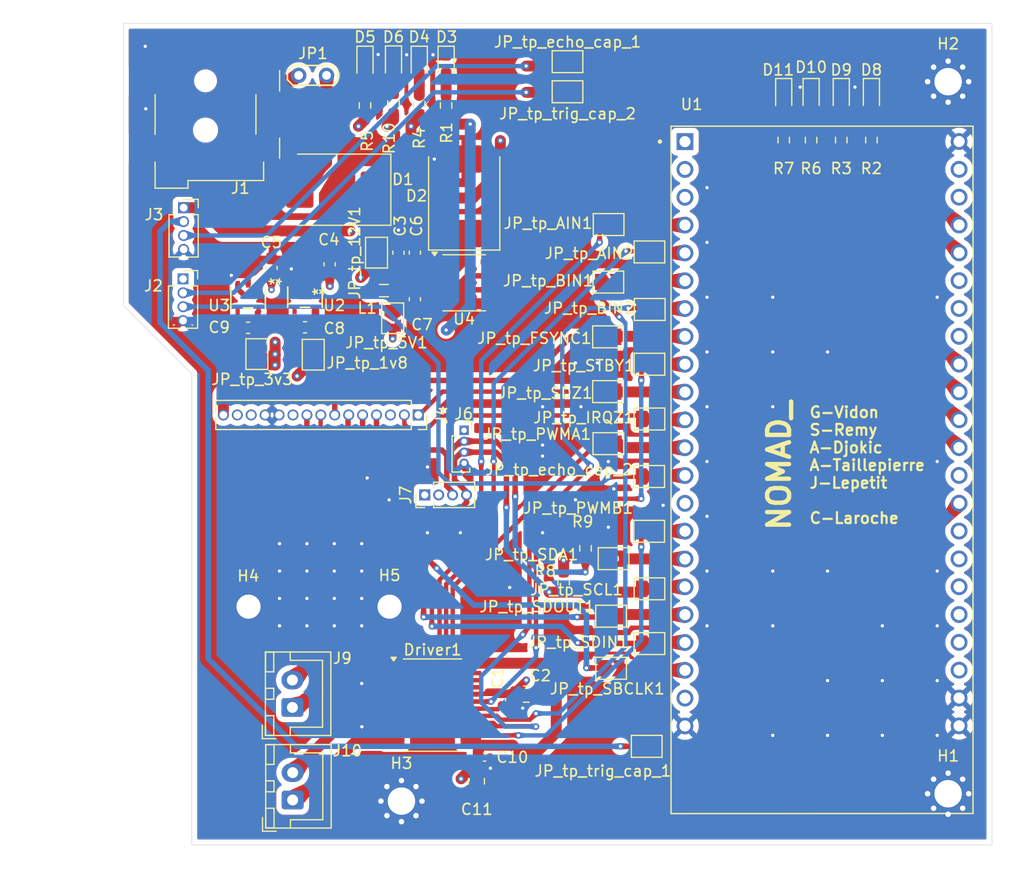
<source format=kicad_pcb>
(kicad_pcb (version 20241229) (generator "pcbnew") (generator_version "9.0")
  (layers (0 "F.Cu" jumper) (4 "In1.Cu" signal) (6 "In2.Cu" signal) (2 "B.Cu" signal) (13 "F.Paste" user) (15 "B.Paste" user) (5 "F.SilkS" user "F.Silkscreen") (7 "B.SilkS" user "B.Silkscreen") (1 "F.Mask" user) (3 "B.Mask" user) (25 "Edge.Cuts" user))
  (net 0 "")
  (net 1 "GND")
  (net 2 "12V")
  (net 3 "5V")
  (net 4 "Net-(JP_tp_5V1-A)")
  (net 5 "Net-(JP_tp_3v3-A)")
  (net 6 "Net-(D2-K)")
  (net 7 "Net-(D3-A)")
  (net 8 "Net-(D4-A)")
  (net 9 "Net-(D5-A)")
  (net 10 "Net-(D8-A)")
  (net 11 "Net-(D9-A)")
  (net 12 "Net-(D10-A)")
  (net 13 "Net-(D11-A)")
  (net 14 "Trig_cap_2")
  (net 15 "Echo_cap_2")
  (net 16 "Trig_cap_1")
  (net 17 "Echo_cap_1")
  (net 18 "SDOUT")
  (net 19 "FSYNC")
  (net 20 "SDIN")
  (net 21 "SBCLK")
  (net 22 "1.8V")
  (net 23 "SDA")
  (net 24 "IRQZ")
  (net 25 "SDZ")
  (net 26 "3.3V")
  (net 27 "PWMA")
  (net 28 "BIN2")
  (net 29 "AIN2")
  (net 30 "PWMB")
  (net 31 "STBY")
  (net 32 "AIN1")
  (net 33 "BIN1")
  (net 34 "Net-(JP_tp_1v8-A)")
  (net 35 "Net-(JP_tp_AIN1-B)")
  (net 36 "Net-(JP_tp_AIN2-B)")
  (net 37 "Net-(JP_tp_BIN1-B)")
  (net 38 "Net-(JP_tp_BIN2-B)")
  (net 39 "Net-(JP_tp_echo_cap_1-B)")
  (net 40 "Net-(JP_tp_echo_cap_2-B)")
  (net 41 "Net-(JP_tp_FSYNC1-B)")
  (net 42 "Net-(JP_tp_IRQZ1-B)")
  (net 43 "Net-(JP_tp_PWMA1-B)")
  (net 44 "Net-(JP_tp_PWMB1-B)")
  (net 45 "Net-(JP_tp_SBCLK1-B)")
  (net 46 "SCL")
  (net 47 "Net-(JP_tp_SCL1-B)")
  (net 48 "Net-(JP_tp_SDA1-B)")
  (net 49 "Net-(JP_tp_SDIN1-B)")
  (net 50 "Net-(JP_tp_SDOUT1-B)")
  (net 51 "Net-(JP_tp_SDZ1-B)")
  (net 52 "Net-(JP_tp_STBY1-B)")
  (net 53 "Net-(JP_tp_trig_cap_1-B)")
  (net 54 "Net-(JP_tp_trig_cap_2-B)")
  (net 55 "Net-(U1-MTCK{slash}GPIO39)")
  (net 56 "Net-(U1-GPIO38)")
  (net 57 "Net-(U1-GPIO37)")
  (net 58 "Net-(U1-GPIO36)")
  (net 73 "Net-(D1-K)")
  (net 74 "Net-(D1-A)")
  (net 77 "AO2")
  (net 78 "AO1")
  (net 79 "BO2")
  (net 80 "BO1")
  (net 81 "Net-(D6-A)")
  (net 82 "Net-(JP1-A)")
  (footprint "Resistor_SMD:R_0603_1608Metric_Pad0.98x0.95mm_HandSolder" (layer "F.Cu") (at 135.2 52.5 90)
    (property "Reference" "R1")
    (property "Value" "4,7k")
  )
  (footprint "Connector_JST:JST_XH_B2B-XH-A_1x02_P2.50mm_Vertical" (layer "F.Cu") (at 121.2 115.9 90)
    (property "Reference" "J10")
    (property "Value" "Conn_01x02")
  )
  (footprint "LED_SMD:LED_0603_1608Metric_Pad1.05x0.95mm_HandSolder" (layer "F.Cu") (at 132.749999 48.750001 -90)
    (property "Reference" "D4")
    (property "Value" "LED_Small")
  )
  (footprint "Jumper:SolderJumper-2_P1.3mm_Open_TrianglePad1.0x1.5mm" (layer "F.Cu") (at 123.0755 75.250001 -90)
    (property "Reference" "JP_tp_1v8")
    (property "Value" "SolderJumper_2_Open")
  )
  (footprint "Jumper:SolderJumper-2_P1.3mm_Open_TrianglePad1.0x1.5mm" (layer "F.Cu") (at 150.025001 63.37)
    (property "Reference" "JP_tp_AIN1")
    (property "Value" "SolderJumper_2_Open")
  )
  (footprint "Capacitor_SMD:C_0805_2012Metric" (layer "F.Cu") (at 142.512498 106.2375)
    (property "Reference" "C2")
    (property "Value" "10u")
  )
  (footprint "Capacitor_SMD:C_0402_1005Metric" (layer "F.Cu") (at 138.712499 111.9875)
    (property "Reference" "C10")
    (property "Value" "0.1u")
  )
  (footprint "Diode_SMD:D_SMC" (layer "F.Cu") (at 136.85 60.787499 90)
    (property "Reference" "D2")
    (property "Value" "MBRS320")
  )
  (footprint "Jumper:SolderJumper-2_P1.3mm_Open_TrianglePad1.0x1.5mm" (layer "F.Cu") (at 149.975 78.62)
    (property "Reference" "JP_tp_SDZ1")
    (property "Value" "SolderJumper_2_Open")
  )
  (footprint "Package_SO:SSOP-24_5.3x8.2mm_P0.65mm" (layer "F.Cu") (at 133.962499 107.2375)
    (property "Reference" "Driver1")
    (property "Value" "TB6612FNG")
  )
  (footprint "LED_SMD:LED_0603_1608Metric_Pad1.05x0.95mm_HandSolder" (layer "F.Cu") (at 168.5 51.7 -90)
    (property "Reference" "D10")
    (property "Value" "LED_Small")
  )
  (footprint "Connector_BarrelJack:BarrelJack_Wuerth_694108106102_2.5x5.5mm" (layer "F.Cu") (at 113.25 53.325 180)
    (property "Reference" "J1")
    (property "Value" "Barrel_Jack")
  )
  (footprint "MountingHole:MountingHole_2.2mm_M2_DIN965_Pad" (layer "F.Cu") (at 117.175 98.25)
    (property "Reference" "H4")
    (property "Value" "MountingHole_Pad")
  )
  (footprint "Connector_PinSocket_1.27mm:PinSocket_1x04_P1.27mm_Vertical" (layer "F.Cu") (at 111.25 61.829999)
    (property "Reference" "J3")
    (property "Value" "Conn_01x04_Socket")
  )
  (footprint "Jumper:SolderJumper-2_P1.3mm_Open_TrianglePad1.0x1.5mm" (layer "F.Cu") (at 153.75 81.12)
    (property "Reference" "JP_tp_IRQZ1")
    (property "Value" "SolderJumper_2_Open")
  )
  (footprint "Jumper:SolderJumper-2_P1.3mm_Open_TrianglePad1.0x1.5mm" (layer "F.Cu") (at 153.75 101.62)
    (property "Reference" "JP_tp_SDIN1")
    (property "Value" "SolderJumper_2_Open")
  )
  (footprint "Jumper:SolderJumper-2_P1.3mm_Open_TrianglePad1.0x1.5mm" (layer "F.Cu") (at 153.75 65.87)
    (property "Reference" "JP_tp_AIN2")
    (property "Value" "SolderJumper_2_Open")
  )
  (footprint "Jumper:SolderJumper-2_P1.3mm_Open_TrianglePad1.0x1.5mm" (layer "F.Cu") (at 150.475 93.87)
    (property "Reference" "JP_tp_SDA1")
    (property "Value" "SolderJumper_2_Open")
  )
  (footprint "Resistor_SMD:R_0603_1608Metric_Pad0.98x0.95mm_HandSolder" (layer "F.Cu") (at 145.92 96.01 -90)
    (property "Reference" "R8")
    (property "Value" "4.7k")
  )
  (footprint "Capacitor_SMD:C_0603_1608Metric_Pad1.08x0.95mm_HandSolder" (layer "F.Cu") (at 132.35 65.937499 90)
    (property "Reference" "C6")
    (property "Value" "105n")
  )
  (footprint "Jumper:SolderJumper-2_P1.3mm_Open_TrianglePad1.0x1.5mm" (layer "F.Cu") (at 128.85 65.937499 -90)
    (property "Reference" "JP_tp_12V1")
    (property "Value" "SolderJumper_2_Open")
  )
  (footprint "Capacitor_SMD:C_0402_1005Metric" (layer "F.Cu") (at 140.262498 106.7375 -90)
    (property "Reference" "C1")
    (property "Value" "0.1u")
  )
  (footprint "Package_SO:SOIC-8_3.9x4.9mm_P1.27mm" (layer "F.Cu") (at 136.85 68.687499)
    (property "Reference" "U4")
    (property "Value" "XL1509-5.0")
  )
  (footprint "Jumper:SolderJumper-2_P1.3mm_Open_TrianglePad1.0x1.5mm" (layer "F.Cu") (at 146.275001 48.5)
    (property "Reference" "JP_tp_echo_cap_1")
    (property "Value" "SolderJumper_2_Open")
  )
  (footprint "Resistor_SMD:R_0603_1608Metric_Pad0.98x0.95mm_HandSolder" (layer "F.Cu") (at 166 55.6625 90)
    (property "Reference" "R7")
    (property "Value" "120")
  )
  (footprint "Capacitor_SMD:C_0603_1608Metric_Pad1.08x0.95mm_HandSolder" (layer "F.Cu") (at 132.35 70.187499 -90)
    (property "Reference" "C7")
    (property "Value" "180u")
  )
  (footprint "Capacitor_SMD:C_0603_1608Metric_Pad1.08x0.95mm_HandSolder" (layer "F.Cu") (at 124.5755 67 90)
    (property "Reference" "C4")
    (property "Value" "1u")
  )
  (footprint "Jumper:SolderJumper-2_P1.3mm_Open_TrianglePad1.0x1.5mm" (layer "F.Cu") (at 150.25 103.87)
    (property "Reference" "JP_tp_SBCLK1")
    (property "Value" "SolderJumper_2_Open")
  )
  (footprint "Connector_PinHeader_1.27mm:PinHeader_1x04_P1.27mm_Vertical" (layer "F.Cu") (at 133.25 88.05 90)
    (property "Reference" "J7")
    (property "Value" "Conn_01x04")
  )
  (footprint "Jumper:SolderJumper-2_P1.3mm_Open_TrianglePad1.0x1.5mm" (layer "F.Cu") (at 150 68.62)
    (property "Reference" "JP_tp_BIN1")
    (property "Value" "SolderJumper_2_Open")
  )
  (footprint "LED_SMD:LED_0603_1608Metric_Pad1.05x0.95mm_HandSolder" (layer "F.Cu") (at 127.8 48.750002 -90)
    (property "Reference" "D5")
    (property "Value" "LED_Small")
  )
  (footprint "Resistor_SMD:R_0603_1608Metric_Pad0.98x0.95mm_HandSolder" (layer "F.Cu") (at 132.749999 52.4 90)
    (property "Reference" "R4")
    (property "Value" "1.2k")
  )
  (footprint "Jumper:SolderJumper-2_P1.3mm_Open_TrianglePad1.0x1.5mm" (layer "F.Cu") (at 150.25 99.12)
    (property "Reference" "JP_tp_SDOUT1")
    (property "Value" "SolderJumper_2_Open")
  )
  (footprint "Jumper:SolderJumper-2_P1.3mm_Open_TrianglePad1.0x1.5mm" (layer "F.Cu") (at 153.5 111)
    (property "Reference" "JP_tp_trig_cap_1")
    (property "Value" "SolderJumper_2_Open")
  )
  (footprint "Jumper:SolderJumper-2_P1.3mm_Open_TrianglePad1.0x1.5mm" (layer "F.Cu") (at 146.275001 51.25)
    (property "Reference" "JP_tp_trig_cap_2")
    (property "Value" "SolderJumper_2_Open")
  )
  (footprint "MountingHole:MountingHole_2.5mm_Pad_Via" (layer "F.Cu") (at 181 50.325825)
    (property "Reference" "H2")
    (property "Value" "MountingHole_Pad")
  )
  (footprint "Jumper:SolderJumper-2_P1.3mm_Open_TrianglePad1.0x1.5mm" (layer "F.Cu") (at 117.9375 75.19375 -90)
    (property "Reference" "JP_tp_3v3")
    (property "Value" "SolderJumper_2_Open")
  )
  (footprint "Diode_SMD:D_SMC" (layer "F.Cu") (at 125.25 60.187499 180)
    (property "Reference" "D1")
    (property "Value" "MBRS320")
  )
  (footprint "MountingHole:MountingHole_2.2mm_M2_DIN965_Pad" (layer "F.Cu") (at 130.04 98.25)
    (property "Reference" "H5")
    (property "Value" "MountingHole_Pad")
  )
  (footprint "Jumper:SolderJumper-2_P1.3mm_Open_TrianglePad1.0x1.5mm" (layer "F.Cu") (at 153.75 96.62)
    (property "Reference" "JP_tp_SCL1")
    (property "Value" "SolderJumper_2_Open")
  )
  (footprint "Resistor_SMD:R_0603_1608Metric_Pad0.98x0.95mm_HandSolder" (layer "F.Cu") (at 168.5 55.6625 90)
    (property "Reference" "R6")
    (property "Value" "120")
  )
  (footprint "Resistor_SMD:R_0603_1608Metric_Pad0.98x0.95mm_HandSolder" (layer "F.Cu") (at 174 55.6625 90)
    (property "Reference" "R2")
    (property "Value" "120")
  )
  (footprint "Inductor_SMD:L_0805_2012Metric_Pad1.05x1.20mm_HandSolder" (layer "F.Cu") (at 129.5255 69.4)
    (property "Reference" "L1")
    (property "Value" "68u")
  )
  (footprint "MountingHole:MountingHole_2.5mm_Pad_Via" (layer "F.Cu") (at 131.125 116)
    (property "Reference" "H3")
    (property "Value" "MountingHole_Pad")
  )
  (footprint "footprints:SSOP5_ROM-L" (layer "F.Cu") (at 122.3255 70 -90)
    (property "Reference" "U2")
    (property "Value" "BU18SD5WG-TL")
  )
  (footprint "footprints:SSOP5_ROM-L" (layer "F.Cu") (at 117.1353 70.06065 -90)
    (property "Reference" "U3")
    (property "Value" "BU33SD5WG-TR")
  )
  (footprint "Connector_PinSocket_1.27mm:PinSocket_1x04_P1.27mm_Vertical" (layer "F.Cu") (at 111.2 68.329999)
    (property "Reference" "J2")
    (property "Value" "Conn_01x04_Socket")
  )
  (footprint "TestPoint:TestPoint_2Pads_Pitch2.54mm_Drill0.8mm" (layer "F.Cu") (at 121.750001 49.75)
    (property "Reference" "JP1")
    (property "Value" "Jumper_2_Bridged")
  )
  (footprint "LED_SMD:LED_0603_1608Metric_Pad1.05x0.95mm_HandSolder" (layer "F.Cu") (at 171.25 51.7 -90)
    (property "Reference" "D9")
    (property "Value" "LED_Small")
  )
  (footprint "Resistor_SMD:R_0603_1608Metric_Pad0.98x0.95mm_HandSolder" (layer "F.Cu") (at 127.8 52.500001 90)
    (property "Reference" "R5")
    (property "Value" "820")
  )
  (footprint "LED_SMD:LED_0603_1608Metric_Pad1.05x0.95mm_HandSolder" (layer "F.Cu") (at 130.4 48.725001 -90)
    (property "Reference" "D6")
    (property "Value" "LED_Small")
  )
  (footprint "Capacitor_SMD:C_0603_1608Metric_Pad1.08x0.95mm_HandSolder" (layer "F.Cu") (at 117.137499 72.79375 180)
    (property "Reference" "C9")
    (property "Value" "1u")
  )
  (footprint "Jumper:SolderJumper-2_P1.3mm_Open_TrianglePad1.0x1.5mm" (layer "F.Cu") (at 153.775001 71.12)
    (property "Reference" "JP_tp_BIN2")
    (property "Value" "SolderJumper_2_Open")
  )
  (footprint "Jumper:SolderJumper-2_P1.3mm_Open_TrianglePad1.0x1.5mm" (layer "F.Cu") (at 149.975 73.62)
    (property "Reference" "JP_tp_FSYNC1")
    (property "Value" "SolderJumper_2_Open")
  )
  (footprint "Capacitor_SMD:C_0805_2012Metric" (layer "F.Cu") (at 137.962499 114.187499 -90)
    (property "Reference" "C11")
    (property "Value" "10u")
  )
  (footprint "Capacitor_SMD:C_0603_1608Metric_Pad1.08x0.95mm_HandSolder" (layer "F.Cu") (at 130.85 65.937499 90)
    (property "Reference" "C3")
    (property "Value" "470u")
  )
  (footprint "MountingHole:MountingHole_2.5mm_Pad_Via" (layer "F.Cu") (at 181 115.325825)
    (property "Reference" "H1")
    (property "Value" "MountingHole_Pad")
  )
  (footprint "footprints:XCVR_ESP32-S3-DEVKITC-1-N8R2" (layer "F.Cu") (at 168.42 85.77)
    (property "Reference" "U1")
    (property "Value" "ESP32-S3-DEVKITC-1-N8R2")
  )
  (footprint "Jumper:SolderJumper-2_P1.3mm_Open_TrianglePad1.0x1.5mm" (layer "F.Cu") (at 150 83.37)
    (property "Reference" "JP_tp_PWMA1")
    (property "Value" "SolderJumper_2_Open")
  )
  (footprint "Capacitor_SMD:C_0603_1608Metric_Pad1.08x0.95mm_HandSolder" (layer "F.Cu") (at 119.266499 67.32275 90)
    (property "Reference" "C5")
    (property "Value" "1u")
  )
  (footprint "Connector_JST:JST_XH_B2B-XH-A_1x02_P2.50mm_Vertical" (layer "F.Cu") (at 121.175001 107.45 90)
    (property "Reference" "J9")
    (property "Value" "Conn_01x02")
  )
  (footprint "LED_SMD:LED_0603_1608Metric_Pad1.05x0.95mm_HandSolder" (layer "F.Cu") (at 174 51.7 -90)
    (property "Reference" "D8")
    (property "Value" "LED_Small")
  )
  (footprint "Jumper:SolderJumper-2_P1.3mm_Open_TrianglePad1.0x1.5mm" (layer "F.Cu") (at 130.3255 71.924999 -90)
    (property "Reference" "JP_tp_5V1")
    (property "Value" "SolderJumper_2_Open")
  )
  (footprint "Jumper:SolderJumper-2_P1.3mm_Open_TrianglePad1.0x1.5mm" (layer "F.Cu") (at 153.725 91.37)
    (property "Reference" "JP_tp_PWMB1")
    (property "Value" "SolderJumper_2_Open")
  )
  (footprint "Connector_PinSocket_1.27mm:PinSocket_1x15_P1.27mm_Vertical" (layer "F.Cu") (at 132.66 80.75 -90)
    (property "Reference" "J4")
    (property "Value" "Conn_01x15" (hide yes))
  )
  (footprint "Resistor_SMD:R_0603_1608Metric_Pad0.98x0.95mm_HandSolder" (layer "F.Cu") (at 147.92 92.9225 -90)
    (property "Reference" "R9")
    (property "Value" "4.7k")
  )
  (footprint "Resistor_SMD:R_0603_1608Metric_Pad0.98x0.95mm_HandSolder" (layer "F.Cu") (at 171.25 55.6625 90)
    (property "Reference" "R3")
    (property "Value" "120")
  )
  (footprint "LED_SMD:LED_0603_1608Metric_Pad1.05x0.95mm_HandSolder" (layer "F.Cu") (at 166 51.700001 -90)
    (property "Reference" "D11")
    (property "Value" "LED_Small")
  )
  (footprint "Jumper:SolderJumper-2_P1.3mm_Open_TrianglePad1.0x1.5mm" (layer "F.Cu") (at 153.75 76.12)
    (property "Reference" "JP_tp_STBY1")
    (property "Value" "SolderJumper_2_Open")
  )
  (footprint "Capacitor_SMD:C_0603_1608Metric_Pad1.08x0.95mm_HandSolder" (layer "F.Cu") (at 122.3255 72.75 180)
    (property "Reference" "C8")
    (property "Value" "1u")
  )
  (footprint "Jumper:SolderJumper-2_P1.3mm_Open_TrianglePad1.0x1.5mm" (layer "F.Cu") (at 153.725 86.37)
    (property "Reference" "JP_tp_echo_cap_2")
    (property "Value" "SolderJumper_2_Open")
  )
  (footprint "Resistor_SMD:R_0603_1608Metric_Pad0.98x0.95mm_HandSolder" (layer "F.Cu") (at 130.4 52.325001 90)
    (property "Reference" "R10")
    (property "Value" "1.2k")
  )
  (footprint "Connector_PinSocket_1.00mm:PinSocket_1x04_P1.00mm_Vertical" (layer "F.Cu") (at 136.84 82.15)
    (property "Reference" "J6")
    (property "Value" "Conn_01x04")
  )
  (footprint "LED_SMD:LED_0603_1608Metric_Pad1.05x0.95mm_HandSolder" (layer "F.Cu") (at 135.199999 48.75 -90)
    (property "Reference" "D3")
    (property "Value" "LED_Small")
  )
  (gr_poly (pts (xy 185 45) (xy 185 120) (xy 112 120) (xy 112 77) (xy 105.75 70.75) (xy 105.75 45)) (stroke (width 0.05)) (fill no) (layer "Edge.Cuts"))
  (gr_text "G-Vidon\nS-Remy\nA-Djokic\nA-Taillepierre\nJ-Lepetit\n\nC-Laroche\n" (at 168.25 90.75 0) (layer "F.SilkS") (effects (font (size 1 1) (thickness 0.2) (bold yes)) (justify left bottom)))
  (gr_text "NOMAD_" (at 166.75 91.5 90) (layer "F.SilkS") (effects (font (size 2 2) (thickness 0.4) (bold yes)) (justify left bottom)))
  (segment (start 142.186497 107.5135) (end 140.558498 107.5135) (width 0.7) (layer "F.Cu") (net 1))
  (segment (start 122.3255 68.3875) (end 122.3255 68.7554) (width 0.7) (layer "F.Cu") (net 1))
  (segment (start 122.947499 67.7506) (end 122.3255 67.7506) (width 0.7) (layer "F.Cu") (net 1))
  (segment (start 107.75 52.75) (end 107.8 52.8) (width 1) (layer "F.Cu") (net 1))
  (segment (start 139.238499 113.861498) (end 139.238499 113) (width 0.7) (layer "F.Cu") (net 1))
  (segment (start 132.112499 109.2125) (end 130.462499 109.2125) (width 1) (layer "F.Cu") (net 1))
  (segment (start 117.135298 68.816048) (end 117.1353 68.81605) (width 0.5) (layer "F.Cu") (net 1))
  (segment (start 140.117498 107.3625) (end 140.262498 107.2175) (width 0.4) (layer "F.Cu") (net 1))
  (segment (start 118.066499 66.52275) (end 119.203998 66.52275) (width 0.5) (layer "F.Cu") (net 1))
  (segment (start 119.203998 66.52275) (end 119.266499 66.460249) (width 0.5) (layer "F.Cu") (net 1))
  (segment (start 117.135298 68.011251) (end 117.135298 68.816048) (width 0.5) (layer "F.Cu") (net 1))
  (segment (start 134.375 70.592499) (end 139.325 70.592499) (width 1) (layer "F.Cu") (net 1))
  (segment (start 135.199999 47.875001) (end 135.199997 47.875003) (width 1) (layer "F.Cu") (net 1))
  (segment (start 139.238499 112.0335) (end 139.192499 111.9875) (width 0.7) (layer "F.Cu") (net 1))
  (segment (start 137.962499 115.137498) (end 139.238499 113.861498) (width 0.7) (layer "F.Cu") (net 1))
  (segment (start 130.462499 108.8625) (end 128.85 108.8625) (width 0.5) (layer "F.Cu") (net 1))
  (segment (start 140.558498 107.5135) (end 140.262498 107.2175) (width 0.7) (layer "F.Cu") (net 1))
  (segment (start 127.825001 47.850002) (end 127.8 47.875003) (width 0.7) (layer "F.Cu") (net 1))
  (segment (start 140.117498 107.407501) (end 140.117498 107.3625) (width 0.4) (layer "F.Cu") (net 1))
  (segment (start 132.062499 105.2625) (end 130.462499 105.2625) (width 1) (layer "F.Cu") (net 1))
  (segment (start 130.462499 108.8625) (end 132.462499 108.8625) (width 0.5) (layer "F.Cu") (net 1))
  (segment (start 136.84 85.15) (end 136.84 85.49) (width 0.7) (layer "F.Cu") (net 1))
  (segment (start 137.462499 107.5625) (end 138.971135 107.5625) (width 0.4) (layer "F.Cu") (net 1))
  (segment (start 136.84 85.49) (end 137.25 85.9) (width 0.7) (layer "F.Cu") (net 1))
  (segment (start 134.375 70.592499) (end 132.807501 70.592499) (width 1) (layer "F.Cu") (net 1))
  (segment (start 139.238499 113) (end 139.238499 112.0335) (width 0.7) (layer "F.Cu") (net 1))
  (segment (start 128.5 109.2125) (end 129 109.2125) (width 0.5) (layer "F.Cu") (net 1))
  (segment (start 114.937499 68.67675) (end 114.937499 71.456251) (width 0.5) (layer "F.Cu") (net 1))
  (segment (start 117.135298 68.011251) (end 117.666499 67.48005) (width 0.5) (layer "F.Cu") (net 1))
  (segment (start 122.3255 67.7506) (end 121.995 67.4201) (width 0.7) (layer "F.Cu") (net 1))
  (segment (start 115.602999 68.011251) (end 114.937499 68.67675) (width 0.5) (layer "F.Cu") (net 1))
  (segment (start 132.807501 70.592499) (end 132.35 71.05) (width 1) (layer "F.Cu") (net 1))
  (segment (start 123.292899 67.4201) (end 124.5755 66.137499) (width 0.7) (layer "F.Cu") (net 1))
  (segment (start 134.138001 57.387499) (end 134.1255 57.4) (width 1) (layer "F.Cu") (net 1))
  (segment (start 112.739999 72.139999) (end 112.75 72.15) (width 0.7) (layer "F.Cu") (net 1))
  (segment (start 130.4 47.850002) (end 129 47.850002) (width 0.7) (layer "F.Cu") (net 1))
  (segment (start 129 109.2125) (end 129.25 109.4625) (width 0.5) (layer "F.Cu") (net 1))
  (segment (start 139.022135 107.6135) (end 139.911499 107.6135) (width 0.4) (layer "F.Cu") (net 1))
  (segment (start 167.5 50.825002) (end 172.5 50.825001) (width 1) (layer "F.Cu") (net 1))
  (segment (start 135.199997 47.875003) (end 134 47.875003) (width 1) (layer "F.Cu") (net 1))
  (segment (start 117.666499 67.48005) (end 117.666499 66.92275) (width 0.5) (layer "F.Cu") (net 1))
  (segment (start 109.760001 72.139999) (end 111.2 72.139999) (width 0.7) (layer "F.Cu") (net 1))
  (segment (start 121.995 67.4201) (end 121.078 67.4201) (width 0.7) (layer "F.Cu") (net 1))
  (segment (start 138.971135 107.5625) (end 139.022135 107.6135) (width 0.4) (layer "F.Cu") (net 1))
  (segment (start 143.462497 106.2375) (end 142.186497 107.5135) (width 0.7) (layer "F.Cu") (net 1))
  (segment (start 132.762499 105.9625) (end 132.062499 105.2625) (width 1) (layer "F.Cu") (net 1))
  (segment (start 111.2 72.139999) (end 112.739999 72.139999) (width 0.7) (layer "F.Cu") (net 1))
  (segment (start 114.937499 71.456251) (end 116.274998 72.79375) (width 0.5) (layer "F.Cu") (net 1))
  (segment (start 129.25 109.4625) (end 130.462499 109.4625) (width 0.5) (layer "F.Cu") (net 1))
  (segment (start 122.3255 68.7554) (end 122.3255 67.7506) (width 0.7) (layer "F.Cu") (net 1))
  (segment (start 115.602999 68.011251) (end 117.135298 68.011251) (width 0.5) (layer "F.Cu") (net 1))
  (segment (start 136.85 57.387499) (end 134.138001 57.387499) (width 1) (layer "F.Cu") (net 1))
  (segment (start 120.484701 71.771702) (end 121.462999 72.75) (width 0.7) (layer "F.Cu") (net 1))
  (segment (start 109.760001 72.139999) (end 109.75 72.15) (width 0.7) (layer "F.Cu") (net 1))
  (segment (start 130.85 63.8755) (end 130.85 65.074998) (width 1) (layer "F.Cu") (net 1))
  (segment (start 172.5 50.825001) (end 174 50.825001) (width 1) (layer "F.Cu") (net 1))
  (segment (start 132.462499 108.8625) (end 132.762499 108.5625) (width 0.5) (layer "F.Cu") (net 1))
  (segment (start 132.112499 109.2125) (end 132.762499 108.5625) (width 1) (layer "F.Cu") (net 1))
  (segment (start 139.325 70.592499) (end 139.325 66.782499) (width 1) (layer "F.Cu") (net 1))
  (segment (start 120.484702 68.013399) (end 120.484701 71.771702) (width 0.7) (layer "F.Cu") (net 1))
  (segment (start 131.6 47.875003) (end 127.8 47.875003) (width 1) (layer "F.Cu") (net 1))
  (segment (start 127.512499 109.2125) (end 128.5 109.2125) (width 1) (layer "F.Cu") (net 1))
  (segment (start 166 50.825002) (end 167.5 50.825002) (width 1) (layer "F.Cu") (net 1))
  (segment (start 134 47.875003) (end 131.6 47.875003) (width 1) (layer "F.Cu") (net 1))
  (segment (start 128.5 109.2125) (end 132.112499 109.2125) (width 1) (layer "F.Cu") (net 1))
  (segment (start 121.078 67.4201) (end 120.484702 68.013399) (width 0.7) (layer "F.Cu") (net 1))
  (segment (start 132.762499 108.5625) (end 132.762499 105.9625) (width 1) (layer "F.Cu") (net 1))
  (segment (start 139.911499 107.6135) (end 140.117498 107.407501) (width 0.4) (layer "F.Cu") (net 1))
  (segment (start 124.5755 66.137499) (end 124.560601 66.137499) (width 0.7) (layer "F.Cu") (net 1))
  (segment (start 128.85 108.8625) (end 128.5 109.2125) (width 0.5) (layer "F.Cu") (net 1))
  (segment (start 130.85 65.074998) (end 132.35 65.074998) (width 1) (layer "F.Cu") (net 1))
  (segment (start 117.666499 66.92275) (end 118.066499 66.52275) (width 0.5) (layer "F.Cu") (net 1))
  (segment (start 107.75 50.25) (end 107.75 47.1) (width 1) (layer "F.Cu") (net 1))
  (segment (start 115.651998 68.06025) (end 115.602999 68.011251) (width 0.5) (layer "F.Cu") (net 1))
  (segment (start 129 47.850002) (end 127.825001 47.850002) (width 0.7) (layer "F.Cu") (net 1))
  (segment (start 124.560601 66.137499) (end 122.947499 67.7506) (width 0.7) (layer "F.Cu") (net 1))
  (segment (start 130.462499 105.2625) (end 127.5 105.2625) (width 1) (layer "F.Cu") (net 1))
  (segment (start 107.75 50.25) (end 107.75 52.75) (width 1) (layer "F.Cu") (net 1))
  (via (at 133.5 91.5) (size 0.6) (drill 0.3) (layers "F.Cu" "B.Cu") (net 1))
  (via (at 127.5 105.2625) (size 0.6) (drill 0.3) (layers "F.Cu" "B.Cu") (net 1))
  (via (at 159 95) (size 0.6) (drill 0.3) (layers "F.Cu" "B.Cu") (net 1))
  (via (at 125 100) (size 0.6) (drill 0.3) (layers "F.Cu" "B.Cu") (net 1))
  (via (at 127.512499 109.2125) (size 0.6) (drill 0.3) (layers "F.Cu" "B.Cu") (net 1))
  (via (at 180 85) (size 0.6) (drill 0.3) (layers "F.Cu" "B.Cu") (net 1))
  (via (at 121.078 67.4201) (size 0.6) (drill 0.3) (layers "F.Cu" "B.Cu") (net 1))
  (via (at 144 84.5) (size 0.6) (drill 0.3) (layers "F.Cu" "B.Cu") (net 1))
  (via (at 122.5 100) (size 0.6) (drill 0.3) (layers "F.Cu" "B.Cu") (net 1))
  (via (at 128 86.5) (size 0.6) (drill 0.3) (layers "F.Cu" "B.Cu") (net 1))
  (via (at 120 92.5) (size 0.6) (drill 0.3) (layers "F.Cu" "B.Cu") (net 1))
  (via (at 107.75 47.1) (size 0.6) (drill 0.3) (layers "F.Cu" "B.Cu") (net 1))
  (via (at 165 110) (size 0.6) (drill 0.3) (layers "F.Cu" "B.Cu") (net 1))
  (via (at 130 88.5) (size 0.6) (drill 0.3) (layers "F.Cu" "B.Cu") (net 1))
  (via (at 165 75) (size 0.6) (drill 0.3) (layers "F.Cu" "B.Cu") (net 1))
  (via (at 159 60) (size 0.6) (drill 0.3) (layers "F.Cu" "B.Cu") (net 1))
  (via (at 120 95) (size 0.6) (drill 0.3) (layers "F.Cu" "B.Cu") (net 1))
  (via (at 175 100) (size 0.6) (drill 0.3) (layers "F.Cu" "B.Cu") (net 1))
  (via (at 129 47.850002) (size 0.6) (drill 0.3) (layers "F.Cu" "B.Cu") (net 1))
  (via (at 142.186497 107.5135) (size 0.6) (drill 0.3) (layers "F.Cu" "B.Cu") (net 1))
  (via (at 159 80) (size 0.6) (drill 0.3) (layers "F.Cu" "B.Cu") (net 1))
  (via (at 155 89) (size 0.6) (drill 0.3) (layers "F.Cu" "B.Cu") (net 1))
  (via (at 167.5 50.825002) (size 0.6) (drill 0.3) (layers "F.Cu" "B.Cu") (net 1))
  (via (at 159 85) (size 0.6) (drill 0.3) (layers "F.Cu" "B.Cu") (net 1))
  (via (at 115.602999 68.011251) (size 0.6) (drill 0.3) (layers "F.Cu" "B.Cu") (net 1))
  (via (at 125 95) (size 0.6) (drill 0.3) (layers "F.Cu" "B.Cu") (net 1))
  (via (at 170 95) (size 0.6) (drill 0.3) (layers "F.Cu" "B.Cu") (net 1))
  (via (at 133.5 85.5) (size 0.6) (drill 0.3) (layers "F.Cu" "B.Cu") (net 1))
  (via (at 125 92.5) (size 0.6) (drill 0.3) (layers "F.Cu" "B.Cu") (net 1))
  (via (at 134 47.875003) (size 0.6) (drill 0.3) (layers "F.Cu" "B.Cu") (net 1))
  (via (at 139.238499 113) (size 0.6) (drill 0.3) (layers "F.Cu" "B.Cu") (net 1))
  (via (at 170 105) (size 0.6) (drill 0.3) (layers "F.Cu" "B.Cu") (net 1))
  (via (at 180 95) (size 0.6) (drill 0.3) (layers "F.Cu" "B.Cu") (net 1))
  (via (at 144 83.5) (size 0.6) (drill 0.3) (layers "F.Cu" "B.Cu") (net 1))
  (via (at 170 110) (size 0.6) (drill 0.3) (layers "F.Cu" "B.Cu") (net 1))
  (via (at 150.5 87.5) (size 0.6) (drill 0.3) (layers "F.Cu" "B.Cu") (net 1))
  (via (at 165 80) (size 0.6) (drill 0.3) (layers "F.Cu" "B.Cu") (net 1))
  (via (at 147.5 80) (size 0.6) (drill 0.3) (layers "F.Cu" "B.Cu") (net 1))
  (via (at 147 76) (size 0.6) (drill 0.3) (layers "F.Cu" "B.Cu") (net 1))
  (via (at 122.5 97.5) (size 0.6) (drill 0.3) (layers "F.Cu" "B.Cu") (net 1))
  (via (at 180 70) (size 0.6) (drill 0.3) (layers "F.Cu" "B.Cu") (net 1))
  (via (at 165 100) (size 0.6) (drill 0.3) (layers "F.Cu" "B.Cu") (net 1))
  (via (at 125 97.5) (size 0.6) (drill 0.3) (layers "F.Cu" "B.Cu") (net 1))
  (via (at 159 65) (size 0.6) (drill 0.3) (layers "F.Cu" "B.Cu") (net 1))
  (via (at 127.5 100) (size 0.6) (drill 0.3) (layers "F.Cu" "B.Cu") (net 1))
  (via (at 175 110) (size 0.6) (drill 0.3) (layers "F.Cu" "B.Cu") (net 1))
  (via (at 159 90) (size 0.6) (drill 0.3) (layers "F.Cu" "B.Cu") (net 1))
  (via (at 165 70) (size 0.6) (drill 0.3) (layers "F.Cu" "B.Cu") (net 1))
  (via (at 180 100) (size 0.6) (drill 0.3) (layers "F.Cu" "B.Cu") (net 1))
  (via (at 144 91.5) (size 0.6) (drill 0.3) (layers "F.Cu" "B.Cu") (net 1))
  (via (at 150 85) (size 0.6) (drill 0.3) (layers "F.Cu" "B.Cu") (net 1))
  (via (at 149 76) (size 0.6) (drill 0.3) (layers "F.Cu" "B.Cu") (net 1))
  (via (at 127.5 97.5) (size 0.6) (drill 0.3) (layers "F.Cu" "B.Cu") (net 1))
  (via (at 172.5 50.825001) (size 0.6) (drill 0.3) (layers "F.Cu" "B.Cu") (net 1))
  (via (at 120 100) (size 0.6) (drill 0.3) (layers "F.Cu" "B.Cu") (net 1))
  (via (at 141 96.5) (size 0.6) (drill 0.3) (layers "F.Cu" "B.Cu") (net 1))
  (via (at 122.5 92.5) (size 0.6) (drill 0.3) (layers "F.Cu" "B.Cu") (net 1))
  (via (at 147 88.5) (size 0.6) (drill 0.3) (layers "F.Cu" "B.Cu") (net 1))
  (via (at 150 91) (size 0.6) (drill 0.3) (layers "F.Cu" "B.Cu") (net 1))
  (via (at 180 110) (size 0.6) (drill 0.3) (layers "F.Cu" "B.Cu") (net 1))
  (via (at 159 100) (size 0.6) (drill 0.3) (layers "F.Cu" "B.Cu") (net 1))
  (via (at 175 105) (size 0.6) (drill 0.3) (layers "F.Cu" "B.Cu") (net 1))
  (via (at 159 75) (size 0.6) (drill 0.3) (layers "F.Cu" "B.Cu") (net 1))
  (via (at 120 97.5) (size 0.6) (drill 0.3) (layers "F.Cu" "B.Cu") (net 1))
  (via (at 165 95) (size 0.6) (drill 0.3) (layers "F.Cu" "B.Cu") (net 1))
  (via (at 127.5 95) (size 0.6) (drill 0.3) (layers "F.Cu" "B.Cu") (net 1))
  (via (at 144 80) (size 0.6) (drill 0.3) (layers "F.Cu" "B.Cu") (net 1))
  (via (at 159 70) (size 0.6) (drill 0.3) (layers "F.Cu" "B.Cu") (net 1))
  (via (at 127.5 92.5) (size 0.6) (drill 0.3) (layers "F.Cu" "B.Cu") (net 1))
  (via (at 136.5 91.5) (size 0.6) (drill 0.3) (layers "F.Cu" "B.Cu") (net 1))
  (via (at 180 105) (size 0.6) (drill 0.3) (layers "F.Cu" "B.Cu") (net 1))
  (via (at 134.1255 57.4) (size 0.6) (drill 0.3) (layers "F.Cu" "B.Cu") (net 1))
  (via (at 130.85 63.8755) (size 0.6) (drill 0.3) (layers "F.Cu" "B.Cu") (net 1))
  (via (at 131.6 47.875003) (size 0.6) (drill 0.3) (layers "F.Cu" "B.Cu") (net 1))
  (via (at 107.8 52.8) (size 0.6) (drill 0.3) (layers "F.Cu" "B.Cu") (net 1))
  (via (at 170 75) (size 0.6) (drill 0.3) (layers "F.Cu" "B.Cu") (net 1))
  (via (at 122.5 95) (size 0.6) (drill 0.3) (layers "F.Cu" "B.Cu") (net 1))
  (segment (start 111.2 72.139999) (end 112.739999 72.139999) (width 0.7) (layer "B.Cu") (net 1))
  (segment (start 112.739999 72.139999) (end 112.75 72.15) (width 0.7) (layer "B.Cu") (net 1))
  (segment (start 138.1415 110.841501) (end 137.713499 110.4135) (width 1) (layer "F.Cu") (net 2))
  (segment (start 138.1415 111.9875) (end 138.1415 110.841501) (width 1) (layer "F.Cu") (net 2))
  (segment (start 138.1415 111.491501) (end 138.1415 111.9875) (width 1) (layer "F.Cu") (net 2))
  (segment (start 141.285372 110.901) (end 141.884372 111.5) (width 1) (layer "F.Cu") (net 2))
  (segment (start 137.962499 112.166501) (end 137.962499 113.2375) (width 1) (layer "F.Cu") (net 2))
  (segment (start 128.681597 66.918403) (end 127.4 68.2) (width 1) (layer "F.Cu") (net 2))
  (segment (start 141.884372 111.5) (end 143.5 111.5) (width 1) (layer "F.Cu") (net 2))
  (segment (start 143.5 111.5) (end 145.25 109.75) (width 1) (layer "F.Cu") (net 2))
  (segment (start 145.25 104.25) (end 144.4115 103.4115) (width 1) (layer "F.Cu") (net 2))
  (segment (start 145.25 109.75) (end 145.25 104.25) (width 1) (layer "F.Cu") (net 2))
  (segment (start 135.2 53.55) (end 135.2 53.4125) (width 1) (layer "F.Cu") (net 2))
  (segment (start 144.4115 103.4115) (end 136.9 103.4115) (width 1) (layer "F.Cu") (net 2))
  (segment (start 137.4 54.2) (end 135.85 54.2) (width 1) (layer "F.Cu") (net 2))
  (segment (start 138.200999 110.901) (end 141.285372 110.901) (width 1) (layer "F.Cu") (net 2))
  (segment (start 137.962499 113.2375) (end 137.287499 113.2375) (width 1) (layer "F.Cu") (net 2))
  (segment (start 137.287499 113.2375) (end 136.562499 113.9625) (width 1) (layer "F.Cu") (net 2))
  (segment (start 138.1415 110.841501) (end 138.200999 110.901) (width 1) (layer "F.Cu") (net 2))
  (segment (start 137.713499 110.4135) (end 137 110.4135) (width 1) (layer "F.Cu") (net 2))
  (segment (start 134.357499 66.8) (end 134.375 66.782499) (width 1) (layer "F.Cu") (net 2))
  (segment (start 130.85 66.8) (end 132.35 66.8) (width 1) (layer "F.Cu") (net 2))
  (segment (start 132.35 66.8) (end 134.357499 66.8) (width 1) (layer "F.Cu") (net 2))
  (segment (start 130.731597 66.918403) (end 128.85 66.918403) (width 1) (layer "F.Cu") (net 2))
  (segment (start 128.85 66.918403) (end 128.681597 66.918403) (width 1) (layer "F.Cu") (net 2))
  (segment (start 138.1415 111.9875) (end 137.962499 112.166501) (width 1) (layer "F.Cu") (net 2))
  (segment (start 130.85 66.8) (end 130.731597 66.918403) (width 1) (layer "F.Cu") (net 2))
  (segment (start 135.85 54.2) (end 135.2 53.55) (width 1) (layer "F.Cu") (net 2))
  (via (at 136.562499 113.9625) (size 0.6) (drill 0.3) (layers "F.Cu" "B.Cu") (net 2))
  (via (at 135.2 73) (size 0.6) (drill 0.3) (layers "F.Cu" "B.Cu") (net 2))
  (via (at 137.4 54.2) (size 0.6) (drill 0.3) (layers "F.Cu" "B.Cu") (net 2))
  (via (at 127.4 68.2) (size 0.6) (drill 0.3) (layers "F.Cu" "B.Cu") (net 2))
  (segment (start 137.4 54.2) (end 137.4 70.85) (width 1) (layer "B.Cu") (net 2))
  (segment (start 137.4 70.85) (end 135.25 73) (width 1) (layer "B.Cu") (net 2))
  (segment (start 135.25 73) (end 135.2 73) (width 1) (layer "B.Cu") (net 2))
  (segment (start 124.5755 67.862501) (end 124.158199 67.862501) (width 0.7) (layer "F.Cu") (net 3))
  (segment (start 119.274998 68.331249) (end 119.274998 68.19375) (width 0.5) (layer "F.Cu") (net 3))
  (segment (start 116.737499 69.79375) (end 116.195499 69.25175) (width 0.5) (layer "F.Cu") (net 3))
  (segment (start 119.266499 68.339748) (end 119.274998 68.331249) (width 0.5) (layer "F.Cu") (net 3))
  (segment (start 123.2653 69.412901) (end 123.2653 68.7554) (width 0.7) (layer "F.Cu") (net 3))
  (segment (start 140.15 58.45) (end 137.65 60.95) (width 1) (layer "F.Cu") (net 3))
  (segment (start 126.45 63.95) (end 114.870001 63.95) (width 1) (layer "F.Cu") (net 3))
  (segment (start 140.15 55.7) (end 140.15 58.45) (width 1) (layer "F.Cu") (net 3))
  (segment (start 132.749999 53.650001) (end 132 54.4) (width 1) (layer "F.Cu") (net 3))
  (segment (start 124.158199 67.862501) (end 123.2653 68.7554) (width 0.7) (layer "F.Cu") (net 3))
  (segment (start 119.274998 68.19375) (end 118.6974 68.19375) (width 0.5) (layer "F.Cu") (net 3))
  (segment (start 132.749999 53.412501) (end 132.749999 53.650001) (width 1) (layer "F.Cu") (net 3))
  (segment (start 134.15 60.95) (end 132 58.8) (width 1) (layer "F.Cu") (net 3))
  (segment (start 112.75 61.829999) (end 111.25 61.829999) (width 1) (layer "F.Cu") (net 3))
  (segment (start 118.6974 68.19375) (end 118.0751 68.81605) (width 0.5) (layer "F.Cu") (net 3))
  (segment (start 132 58.8) (end 132 54.4) (width 1) (layer "F.Cu") (net 3))
  (segment (start 121.792899 69.8201) (end 122.858101 69.8201) (width 0.7) (layer "F.Cu") (net 3))
  (segment (start 124.5755 67.862501) (end 124.5755 68.9755) (width 0.7) (layer "F.Cu") (net 3))
  (segment (start 121.3857 68.7554) (end 121.3857 69.412901) (width 0.7) (layer "F.Cu") (net 3))
  (segment (start 118.075099 69.05615) (end 117.337499 69.79375) (width 0.5) (layer "F.Cu") (net 3))
  (segment (start 137.65 60.95) (end 134.15 60.95) (width 1) (layer "F.Cu") (net 3))
  (segment (start 124.5755 68.9755) (end 124.6 69) (width 0.7) (layer "F.Cu") (net 3))
  (segment (start 145.92 94.01) (end 145.92 95.0975) (width 1) (layer "F.Cu") (net 3))
  (segment (start 118.0751 68.81605) (end 118.075099 69.05615) (width 0.5) (layer "F.Cu") (net 3))
  (segment (start 121.3857 69.412901) (end 121.792899 69.8201) (width 0.7) (layer "F.Cu") (net 3))
  (segment (start 147.92 92.01) (end 145.92 94.01) (width 1) (layer "F.Cu") (net 3))
  (segment (start 119.266499 69.32275) (end 119.266499 68.339748) (width 0.5) (layer "F.Cu") (net 3))
  (segment (start 114.870001 63.95) (end 112.75 61.829999) (width 1) (layer "F.Cu") (net 3))
  (segment (start 122.858101 69.8201) (end 123.2653 69.412901) (width 0.7) (layer "F.Cu") (net 3))
  (segment (start 116.195499 69.25175) (end 116.1955 68.81605) (width 0.5) (layer "F.Cu") (net 3))
  (segment (start 130.3255 73.8) (end 130.3255 72.755903) (width 0.7) (layer "F.Cu") (net 3))
  (segment (start 117.337499 69.79375) (end 116.737499 69.79375) (width 0.5) (layer "F.Cu") (net 3))
  (via (at 126.45 63.95) (size 0.6) (drill 0.3) (layers "F.Cu" "B.Cu") (net 3))
  (via (at 119.266499 69.32275) (size 0.6) (drill 0.3) (layers "F.Cu" "B.Cu") (net 3))
  (via (at 124.6 69) (size 0.6) (drill 0.3) (layers "F.Cu" "B.Cu") (net 3))
  (via (at 130.3255 73.8) (size 0.6) (drill 0.3) (layers "F.Cu" "B.Cu") (net 3))
  (via (at 145.92 94.01) (size 0.6) (drill 0.3) (layers "F.Cu" "B.Cu") (net 3))
  (via (at 132 54.4) (size 0.6) (drill 0.3) (layers "F.Cu" "B.Cu") (net 3))
  (via (at 140.15 55.7) (size 0.6) (drill 0.3) (layers "F.Cu" "B.Cu") (net 3))
  (segment (start 132.35 69.324998) (end 134.372501 69.324998) (width 0.7) (layer "F.Cu") (net 4))
  (segment (start 132.35 69.324998) (end 130.750502 69.324998) (width 0.7) (layer "F.Cu") (net 4))
  (segment (start 130.750502 69.324998) (end 130.6755 69.4) (width 0.7) (layer "F.Cu") (net 4))
  (segment (start 134.372501 69.324998) (end 134.375 69.322499) (width 0.7) (layer "F.Cu") (net 4))
  (segment (start 130.6755 69.4) (end 130.6755 70.85) (width 0.7) (layer "F.Cu") (net 4))
  (segment (start 130.6755 70.85) (end 130.3255 71.2) (width 0.7) (layer "F.Cu") (net 4))
  (segment (start 118 72.79375) (end 118 74.406249) (width 0.5) (layer "F.Cu") (net 5))
  (segment (start 118 72.79375) (end 118 71.393049) (width 0.5) (layer "F.Cu") (net 5))
  (segment (start 118 74.406249) (end 117.937499 74.46875) (width 0.5) (layer "F.Cu") (net 5))
  (segment (start 118 71.393049) (end 118.087799 71.30525) (width 0.5) (layer "F.Cu") (net 5))
  (segment (start 136.85 66.552498) (end 135.349999 68.052499) (width 1) (layer "F.Cu") (net 6))
  (segment (start 135.349999 68.052499) (end 134.375 68.052499) (width 1) (layer "F.Cu") (net 6))
  (segment (start 128.3755 69.4) (end 128.3755 69.15) (width 0.7) (layer "F.Cu") (net 6))
  (segment (start 128.3755 69.15) (end 129.473001 68.052499) (width 0.7) (layer "F.Cu") (net 6))
  (segment (start 136.85 64.187499) (end 136.85 66.552498) (width 1) (layer "F.Cu") (net 6))
  (segment (start 129.473001 68.052499) (end 134.375 68.052499) (width 0.7) (layer "F.Cu") (net 6))
  (segment (start 135.199999 49.624999) (end 135.2 51.5875) (width 1) (layer "F.Cu") (net 7))
  (segment (start 132.749999 51.587501) (end 132.749999 49.625) (width 1) (layer "F.Cu") (net 8))
  (segment (start 127.8 49.625001) (end 127.8 51.587501) (width 1) (layer "F.Cu") (net 9))
  (segment (start 174 52.574999) (end 174 54.75) (width 1) (layer "F.Cu") (net 10))
  (segment (start 171.25 54.75) (end 171.25 52.574999) (width 1) (layer "F.Cu") (net 11))
  (segment (start 168.5 52.574999) (end 168.5 54.75) (width 1) (layer "F.Cu") (net 12))
  (segment (start 166 54.75) (end 166 52.575) (width 1) (layer "F.Cu") (net 13))
  (segment (start 145.500002 51.3) (end 145.550002 51.25) (width 1) (layer "F.Cu") (net 14))
  (segment (start 142.5 51.3) (end 145.500002 51.3) (width 1) (layer "F.Cu") (net 14))
  (via (at 142.5 51.3) (size 0.6) (drill 0.3) (layers "F.Cu" "B.Cu") (net 14))
  (segment (start 111.2 69.6) (end 115.808636 69.6) (width 0.4) (layer "B.Cu") (net 14))
  (segment (start 134.108636 51.3) (end 142.5 51.3) (width 0.4) (layer "B.Cu") (net 14))
  (segment (start 115.808636 69.6) (end 134.108636 51.3) (width 0.4) (layer "B.Cu") (net 14))
  (segment (start 152.97 86.4) (end 153 86.37) (width 0.4) (layer "F.Cu") (net 15))
  (segment (start 150 86.4) (end 152.97 86.4) (width 0.4) (layer "F.Cu") (net 15))
  (via (at 150 86.4) (size 0.6) (drill 0.3) (layers "F.Cu" "B.Cu") (net 15))
  (segment (start 111.2 70.869999) (end 129.369999 70.869999) (width 0.4) (layer "B.Cu") (net 15))
  (segment (start 135.5 87) (end 149.4 87) (width 0.4) (layer "B.Cu") (net 15))
  (segment (start 149.4 87) (end 150 86.4) (width 0.4) (layer "B.Cu") (net 15))
  (segment (start 129.369999 70.869999) (end 134.5 76) (width 0.4) (layer "B.Cu") (net 15))
  (segment (start 134.5 86) (end 135.5 87) (width 0.4) (layer "B.Cu") (net 15))
  (segment (start 134.5 76) (end 134.5 86) (width 0.4) (layer "B.Cu") (net 15))
  (segment (start 151.1 111) (end 152.775001 111) (width 0.5) (layer "F.Cu") (net 16))
  (via (at 151.1 111) (size 0.6) (drill 0.3) (layers "F.Cu" "B.Cu") (net 16))
  (segment (start 111.25 63.1) (end 110 63.1) (width 0.5) (layer "B.Cu") (net 16))
  (segment (start 109.1 72.3) (end 113.5 76.7) (width 0.5) (layer "B.Cu") (net 16))
  (segment (start 113.5 103) (end 121.5 111) (width 0.5) (layer "B.Cu") (net 16))
  (segment (start 121.5 111) (end 151.1 111) (width 0.5) (layer "B.Cu") (net 16))
  (segment (start 109.1 64) (end 109.1 72.3) (width 0.5) (layer "B.Cu") (net 16))
  (segment (start 110 63.1) (end 109.1 64) (width 0.5) (layer "B.Cu") (net 16))
  (segment (start 113.5 76.7) (end 113.5 103) (width 0.5) (layer "B.Cu") (net 16))
  (segment (start 142.5 48.9) (end 145.150002 48.9) (width 1) (layer "F.Cu") (net 17))
  (segment (start 145.150002 48.9) (end 145.550002 48.5) (width 1) (layer "F.Cu") (net 17))
  (via (at 142.5 48.9) (size 0.6) (drill 0.3) (layers "F.Cu" "B.Cu") (net 17))
  (segment (start 111.25 64.369999) (end 118.838637 64.369999) (width 0.4) (layer "B.Cu") (net 17))
  (segment (start 134.308636 48.9) (end 142.5 48.9) (width 0.4) (layer "B.Cu") (net 17))
  (segment (start 118.838637 64.369999) (end 134.308636 48.9) (width 0.4) (layer "B.Cu") (net 17))
  (segment (start 122.5 85.6) (end 122.5 80.75) (width 0.5) (layer "F.Cu") (net 18))
  (segment (start 133.15 99.2) (end 133.15 96.25) (width 0.5) (layer "F.Cu") (net 18))
  (segment (start 149.445 99.2) (end 149.525 99.12) (width 0.5) (layer "F.Cu") (net 18))
  (segment (start 147.15 99.2) (end 149.445 99.2) (width 0.5) (layer "F.Cu") (net 18))
  (segment (start 122.42 80.75) (end 122.42 80.68) (width 0.5) (layer "F.Cu") (net 18))
  (segment (start 133.15 96.25) (end 122.5 85.6) (width 0.5) (layer "F.Cu") (net 18))
  (via (at 147.15 99.2) (size 0.6) (drill 0.3) (layers "F.Cu" "B.Cu") (net 18))
  (via (at 133.15 99.2) (size 0.6) (drill 0.3) (layers "F.Cu" "B.Cu") (net 18))
  (segment (start 133.15 99.2) (end 147.15 99.2) (width 0.5) (layer "B.Cu") (net 18))
  (segment (start 126.5 77.6) (end 125.04 79.06) (width 0.5) (layer "F.Cu") (net 19))
  (segment (start 149.25 73.62) (end 146.62 73.62) (width 0.5) (layer "F.Cu") (net 19))
  (segment (start 146.6 73.6) (end 142.6 77.6) (width 0.5) (layer "F.Cu") (net 19))
  (segment (start 146.62 73.62) (end 146.6 73.6) (width 0.5) (layer "F.Cu") (net 19))
  (segment (start 125.04 79.06) (end 125.04 80.6) (width 0.5) (layer "F.Cu") (net 19))
  (segment (start 142.6 77.6) (end 126.5 77.6) (width 0.5) (layer "F.Cu") (net 19))
  (segment (start 123.75 85.929346) (end 133.9 96.079346) (width 0.4) (layer "F.Cu") (net 20))
  (segment (start 153.005 101.6) (end 153.025 101.62) (width 0.5) (layer "F.Cu") (net 20))
  (segment (start 123.75 80.73) (end 123.75 85.929346) (width 0.4) (layer "F.Cu") (net 20))
  (segment (start 147.2 101.55) (end 147.25 101.6) (width 0.5) (layer "F.Cu") (net 20))
  (segment (start 147.25 101.6) (end 153.005 101.6) (width 0.5) (layer "F.Cu") (net 20))
  (segment (start 133.9 96.079346) (end 133.9 100.05) (width 0.4) (layer "F.Cu") (net 20))
  (via (at 147.2 101.55) (size 0.6) (drill 0.3) (layers "F.Cu" "B.Cu") (net 20))
  (via (at 133.9 100.05) (size 0.6) (drill 0.3) (layers "F.Cu" "B.Cu") (net 20))
  (segment (start 147.2 101.55) (end 145.7 100.05) (width 0.5) (layer "B.Cu") (net 20))
  (segment (start 145.7 100.05) (end 133.9 100.05) (width 0.5) (layer "B.Cu") (net 20))
  (segment (start 126.25 86.65) (end 126.25 80.69) (width 0.5) (layer "F.Cu") (net 21))
  (segment (start 149.505 103.85) (end 149.525 103.87) (width 0.5) (layer "F.Cu") (net 21))
  (segment (start 134.351013 94.748987) (end 131.202026 91.6) (width 0.5) (layer "F.Cu") (net 21))
  (segment (start 148 103.85) (end 149.505 103.85) (width 0.5) (layer "F.Cu") (net 21))
  (segment (start 131.2 91.6) (end 126.25 86.65) (width 0.5) (layer "F.Cu") (net 21))
  (segment (start 131.202026 91.6) (end 131.2 91.6) (width 0.5) (layer "F.Cu") (net 21))
  (via (at 134.351013 94.748987) (size 0.6) (drill 0.3) (layers "F.Cu" "B.Cu") (net 21))
  (via (at 148 103.85) (size 0.6) (drill 0.3) (layers "F.Cu" "B.Cu") (net 21))
  (segment (start 134.351013 94.748987) (end 134.351013 94.751013) (width 0.5) (layer "B.Cu") (net 21))
  (segment (start 147.112075 98.1) (end 148 98.987925) (width 0.5) (layer "B.Cu") (net 21))
  (segment (start 134.351013 94.751013) (end 137.7 98.1) (width 0.5) (layer "B.Cu") (net 21))
  (segment (start 148 98.987925) (end 148 103.85) (width 0.5) (layer "B.Cu") (net 21))
  (segment (start 137.7 98.1) (end 147.112075 98.1) (width 0.5) (layer "B.Cu") (net 21))
  (segment (start 127.8 53.8) (end 127.2 54.4) (width 1) (layer "F.Cu") (net 22))
  (segment (start 127.8 53.412501) (end 127.8 53.8) (width 1) (layer "F.Cu") (net 22))
  (segment (start 122.569095 76.230905) (end 123.0755 76.230905) (width 1) (layer "F.Cu") (net 22))
  (segment (start 121.6 77.2) (end 122.569095 76.230905) (width 1) (layer "F.Cu") (net 22))
  (via (at 127.2 54.4) (size 0.6) (drill 0.3) (layers "F.Cu" "B.Cu") (net 22))
  (via (at 121.6 77.2) (size 0.6) (drill 0.3) (layers "F.Cu" "B.Cu") (net 22))
  (segment (start 135.263 84.387) (end 135.237 84.387) (width 0.5) (layer "F.Cu") (net 23))
  (segment (start 136.84 83.15) (end 139.739501 83.15) (width 0.5) (layer "F.Cu") (net 23))
  (segment (start 135.774318 87.761318) (end 135.774318 88.034318) (width 0.5) (layer "F.Cu") (net 23))
  (segment (start 136.84 83.15) (end 136.5 83.15) (width 0.5) (layer "F.Cu") (net 23))
  (segment (start 147.955 93.87) (end 147.92 93.835) (width 1) (layer "F.Cu") (net 23))
  (segment (start 136.5 83.15) (end 135.263 84.387) (width 0.5) (layer "F.Cu") (net 23))
  (segment (start 135.263 87.25) (end 135.774318 87.761318) (width 0.5) (layer "F.Cu") (net 23))
  (segment (start 130.65 83.95) (end 128.85 82.15) (width 0.5) (layer "F.Cu") (net 23))
  (segment (start 134.8 83.95) (end 130.65 83.95) (width 0.5) (layer "F.Cu") (net 23))
  (segment (start 147.9 93.855) (end 147.92 93.835) (width 0.5) (layer "F.Cu") (net 23))
  (segment (start 135.237 84.387) (end 134.8 83.95) (width 0.5) (layer "F.Cu") (net 23))
  (segment (start 147.9 95.1) (end 147.9 93.855) (width 0.5) (layer "F.Cu") (net 23))
  (segment (start 135.263 84.387) (end 135.263 87.05) (width 0.5) (layer "F.Cu") (net 23))
  (segment (start 128.85 82.15) (end 128.85 80.75) (width 0.5) (layer "F.Cu") (net 23))
  (segment (start 149.75 93.87) (end 147.955 93.87) (width 1) (layer "F.Cu") (net 23))
  (segment (start 139.739501 83.15) (end 141.5 84.910499) (width 0.5) (layer "F.Cu") (net 23))
  (segment (start 135.263 87.05) (end 135.263 87.25) (width 0.5) (layer "F.Cu") (net 23))
  (segment (start 141.5 84.910499) (end 141.5 88.2) (width 0.5) (layer "F.Cu") (net 23))
  (via (at 147.9 95.1) (size 0.6) (drill 0.3) (layers "F.Cu" "B.Cu") (net 23))
  (via (at 141.5 88.2) (size 0.6) (drill 0.3) (layers "F.Cu" "B.Cu") (net 23))
  (segment (start 143.791364 95.1) (end 147.9 95.1) (width 0.5) (layer "B.Cu") (net 23))
  (segment (start 141.5 88.2) (end 141.5 92.808636) (width 0.5) (layer "B.Cu") (net 23))
  (segment (start 141.5 92.808636) (end 143.791364 95.1) (width 0.5) (layer "B.Cu") (net 23))
  (segment (start 133.4 82.1) (end 134.7 80.8) (width 0.4) (layer "F.Cu") (net 24))
  (segment (start 134.7 80.8) (end 152.705 80.8) (width 0.4) (layer "F.Cu") (net 24))
  (segment (start 152.705 80.8) (end 153.025 81.12) (width 0.4) (layer "F.Cu") (net 24))
  (segment (start 131.39 81.59) (end 131.9 82.1) (width 0.4) (layer "F.Cu") (net 24))
  (segment (start 131.9 82.1) (end 133.4 82.1) (width 0.4) (layer "F.Cu") (net 24))
  (segment (start 131.39 80.75) (end 131.39 81.59) (width 0.4) (layer "F.Cu") (net 24))
  (segment (start 134.88 78.62) (end 132.825 80.675) (width 0.4) (layer "F.Cu") (net 25))
  (segment (start 149.25 78.62) (end 134.88 78.62) (width 0.4) (layer "F.Cu") (net 25))
  (segment (start 132.825 80.675) (end 132.585 80.675) (width 0.4) (layer "F.Cu") (net 25))
  (segment (start 119.001823 75.051823) (end 119.353646 74.7) (width 0.15) (layer "F.Cu") (net 26))
  (segment (start 119.6 76.2) (end 119.574654 76.174654) (width 1) (layer "F.Cu") (net 26))
  (segment (start 140.257498 106.2625) (end 140.262498 106.2575) (width 0.4) (layer "F.Cu") (net 26))
  (segment (start 118.726823 75.326823) (end 118.826823 75.226823) (width 0.15) (layer "F.Cu") (net 26))
  (segment (start 117.681595 76.174654) (end 114.88 78.976249) (width 1) (layer "F.Cu") (net 26))
  (segment (start 119.137327 75.537327) (end 119.137327 75.737327) (width 0.15) (layer "F.Cu") (net 26))
  (segment (start 140.282498 106.2375) (end 140.106498 106.0615) (width 0.7) (layer "F.Cu") (net 26))
  (segment (start 130.4 53.237501) (end 130.4 53.8) (width 1) (layer "F.Cu") (net 26))
  (segment (start 119.001823 75.051823) (end 119.399827 75.449827) (width 0.15) (layer "F.Cu") (net 26))
  (segment (start 118.926823 75.126823) (end 119.001823 75.051823) (width 0.15) (layer "F.Cu") (net 26))
  (segment (start 140.75 106.2375) (end 140.282498 106.2375) (width 0.7) (layer "F.Cu") (net 26))
  (segment (start 138.522791 106.2135) (end 138.524791 106.2115) (width 0.4) (layer "F.Cu") (net 26))
  (segment (start 138.524791 106.2115) (end 139.9615 106.2115) (width 0.4) (layer "F.Cu") (net 26))
  (segment (start 118.826823 75.226823) (end 118.926823 75.126823) (width 0.15) (layer "F.Cu") (net 26))
  (segment (start 119.137327 75.737327) (end 118.7 76.174654) (width 1) (layer "F.Cu") (net 26))
  (segment (start 118.7 76.174654) (end 117.9375 76.174654) (width 1) (layer "F.Cu") (net 26))
  (segment (start 117.9375 75.918749) (end 118.134897 75.918749) (width 0.15) (layer "F.Cu") (net 26))
  (segment (start 118.134897 75.918749) (end 118.726823 75.326823) (width 0.15) (layer "F.Cu") (net 26))
  (segment (start 119.353646 74.7) (end 119.6 74.7) (width 0.15) (layer "F.Cu") (net 26))
  (segment (start 118.926823 75.126823) (end 119.137327 75.337327) (width 0.15) (layer "F.Cu") (net 26))
  (segment (start 140.282498 106.2375) (end 140.262498 106.2575) (width 0.7) (layer "F.Cu") (net 26))
  (segment (start 119.6 75.2) (end 119.6 75.274654) (width 1) (layer "F.Cu") (net 26))
  (segment (start 137.511499 106.2135) (end 138.522791 106.2135) (width 0.4) (layer "F.Cu") (net 26))
  (segment (start 119.6 75.274654) (end 119.399827 75.474827) (width 1) (layer "F.Cu") (net 26))
  (segment (start 114.88 78.976249) (end 114.88 80.75) (width 1) (layer "F.Cu") (net 26))
  (segment (start 140.75 106.2375) (end 139.9875 106.2375) (width 0.7) (layer "F.Cu") (net 26))
  (segment (start 119.574654 76.174654) (end 117.681595 76.174654) (width 1) (layer "F.Cu") (net 26))
  (segment (start 141.562499 106.2375) (end 140.75 106.2375) (width 0.7) (layer "F.Cu") (net 26))
  (segment (start 119.137327 75.337327) (end 119.137327 75.737327) (width 0.15) (layer "F.Cu") (net 26))
  (segment (start 119.6 76.2) (end 119.6 74.7) (width 1) (layer "F.Cu") (net 26))
  (segment (start 119.6 74.7) (end 119.6 74.1) (width 1) (layer "F.Cu") (net 26))
  (segment (start 139.9615 106.2115) (end 139.9875 106.2375) (width 0.4) (layer "F.Cu") (net 26))
  (segment (start 141.562499 105.912499) (end 142.512498 104.9625) (width 0.7) (layer "F.Cu") (net 26))
  (segment (start 119.399827 75.474827) (end 119.137327 75.737327) (width 1) (layer "F.Cu") (net 26))
  (segment (start 119.399827 75.449827) (end 119.399827 75.474827) (width 0.15) (layer "F.Cu") (net 26))
  (segment (start 140.106498 106.0615) (end 139.022135 106.0615) (width 0.7) (layer "F.Cu") (net 26))
  (segment (start 130.4 53.8) (end 129.8 54.4) (width 1) (layer "F.Cu") (net 26))
  (segment (start 118.726823 75.326823) (end 119.137327 75.737327) (width 0.15) (layer "F.Cu") (net 26))
  (segment (start 137.462499 106.2625) (end 137.511499 106.2135) (width 0.4) (layer "F.Cu") (net 26))
  (segment (start 118.826823 75.226823) (end 119.137327 75.537327) (width 0.15) (layer "F.Cu") (net 26))
  (segment (start 141.562499 106.2375) (end 141.562499 105.912499) (width 0.7) (layer "F.Cu") (net 26))
  (via (at 119.6 74.1) (size 0.6) (drill 0.3) (layers "F.Cu" "B.Cu") (net 26))
  (via (at 119.6 75.2) (size 0.6) (drill 0.3) (layers "F.Cu" "B.Cu") (net 26))
  (via (at 119.6 76.2) (size 0.6) (drill 0.3) (layers "F.Cu" "B.Cu") (net 26))
  (via (at 142.512498 104.9625) (size 0.6) (drill 0.3) (layers "F.Cu" "B.Cu") (net 26))
  (via (at 129.8 54.4) (size 0.6) (drill 0.3) (layers "F.Cu" "B.Cu") (net 26))
  (segment (start 148.845 83.8) (end 148.47 83.8) (width 0.4) (layer "F.Cu") (net 27))
  (segment (start 136.451207 104.3125) (end 137.462499 104.3125) (width 0.4) (layer "F.Cu") (net 27))
  (segment (start 149.2 83.445) (end 149.275 83.37) (width 0.4) (layer "F.Cu") (net 27))
  (segment (start 135.8 96.47) (end 135.8 103.661293) (width 0.4) (layer "F.Cu") (net 27))
  (segment (start 149.275 83.37) (end 148.845 83.8) (width 0.4) (layer "F.Cu") (net 27))
  (segment (start 148.47 83.8) (end 135.8 96.47) (width 0.4) (layer "F.Cu") (net 27))
  (segment (start 135.8 103.661293) (end 136.451207 104.3125) (width 0.4) (layer "F.Cu") (net 27))
  (segment (start 139.512441 108.8625) (end 139.812441 109.1625) (width 0.4) (layer "F.Cu") (net 28))
  (segment (start 137.462499 108.8625) (end 139.512441 108.8625) (width 0.4) (layer "F.Cu") (net 28))
  (segment (start 140.562499 109.1625) (end 143.3625 109.1625) (width 0.4) (layer "F.Cu") (net 28))
  (segment (start 139.812441 109.1625) (end 140.562499 109.1625) (width 0.4) (layer "F.Cu") (net 28))
  (segment (start 142.2 100.701) (end 142.8 100.101) (width 0.4) (layer "F.Cu") (net 28))
  (segment (start 152.930002 71) (end 153.050002 71.12) (width 0.4) (layer "F.Cu") (net 28))
  (segment (start 151.8 71) (end 152.930002 71) (width 0.4) (layer "F.Cu") (net 28))
  (segment (start 142.8 100.101) (end 142.8 91) (width 0.4) (layer "F.Cu") (net 28))
  (segment (start 143.3625 109.1625) (end 143.4 109.2) (width 0.4) (layer "F.Cu") (net 28))
  (segment (start 142.2 100.8) (end 142.2 100.701) (width 0.4) (layer "F.Cu") (net 28))
  (segment (start 142.8 91) (end 148.4 85.4) (width 0.4) (layer "F.Cu") (net 28))
  (via (at 143.4 109.2) (size 0.6) (drill 0.3) (layers "F.Cu" "B.Cu") (net 28))
  (via (at 151.8 71) (size 0.6) (drill 0.3) (layers "F.Cu" "B.Cu") (net 28))
  (via (at 142.2 100.8) (size 0.6) (drill 0.3) (layers "F.Cu" "B.Cu") (net 28))
  (via (at 148.4 85.4) (size 0.6) (drill 0.3) (layers "F.Cu" "B.Cu") (net 28))
  (segment (start 148.4 85.4) (end 145.8 82.8) (width 0.4) (layer "B.Cu") (net 28))
  (segment (start 145.8 82.8) (end 145.8 73.4) (width 0.4) (layer "B.Cu") (net 28))
  (segment (start 138.4 104.6) (end 138.4 107) (width 0.4) (layer "B.Cu") (net 28))
  (segment (start 145.8 73.4) (end 148.2 71) (width 0.4) (layer "B.Cu") (net 28))
  (segment (start 142.2 100.8) (end 138.4 104.6) (width 0.4) (layer "B.Cu") (net 28))
  (segment (start 140.6 109.2) (end 143.4 109.2) (width 0.4) (layer "B.Cu") (net 28))
  (segment (start 138.4 107) (end 140.6 109.2) (width 0.4) (layer "B.Cu") (net 28))
  (segment (start 148.2 71) (end 151.8 71) (width 0.4) (layer "B.Cu") (net 28))
  (segment (start 139.536062 85) (end 139.536062 91.863938) (width 0.4) (layer "F.Cu") (net 29))
  (segment (start 135.2 103.911235) (end 136.251265 104.9625) (width 0.4) (layer "F.Cu") (net 29))
  (segment (start 135.2 96.2) (end 135.2 103.911235) (width 0.4) (layer "F.Cu") (net 29))
  (segment (start 152.955001 65.8) (end 153.025001 65.87) (width 0.4) (layer "F.Cu") (net 29))
  (segment (start 151.6 65.8) (end 152.955001 65.8) (width 0.4) (layer "F.Cu") (net 29))
  (segment (start 136.251265 104.9625) (end 137.462499 104.9625) (width 0.4) (layer "F.Cu") (net 29))
  (segment (start 139.536062 91.863938) (end 135.2 96.2) (width 0.4) (layer "F.Cu") (net 29))
  (via (at 151.6 65.8) (size 0.6) (drill 0.3) (layers "F.Cu" "B.Cu") (net 29))
  (via (at 139.536062 85) (size 0.6) (drill 0.3) (layers "F.Cu" "B.Cu") (net 29))
  (segment (start 139.536062 77.863938) (end 151.6 65.8) (width 0.4) (layer "B.Cu") (net 29))
  (segment (start 139.536062 85) (end 139.536062 77.863938) (width 0.4) (layer "B.Cu") (net 29))
  (segment (start 139.312499 109.5125) (end 139.799999 110) (width 0.4) (layer "F.Cu") (net 30))
  (segment (start 153 92.8) (end 153 91.37) (width 0.4) (layer "F.Cu") (net 30))
  (segment (start 139.799999 110) (end 141.8 110) (width 0.4) (layer "F.Cu") (net 30))
  (segment (start 137.462499 109.5125) (end 139.312499 109.5125) (width 0.4) (layer "F.Cu") (net 30))
  (via (at 153 92.8) (size 0.6) (drill 0.3) (layers "F.Cu" "B.Cu") (net 30))
  (via (at 141.8 110) (size 0.6) (drill 0.3) (layers "F.Cu" "B.Cu") (net 30))
  (segment (start 144.311026 110) (end 141.8 110) (width 0.4) (layer "B.Cu") (net 30))
  (segment (start 153 101.311026) (end 144.311026 110) (width 0.4) (layer "B.Cu") (net 30))
  (segment (start 153 92.8) (end 153 101.311026) (width 0.4) (layer "B.Cu") (net 30))
  (segment (start 143.401 102) (end 143.401 93.399) (width 0.4) (layer "F.Cu") (net 31))
  (segment (start 153.025 77.575) (end 153.025 76.12) (width 0.4) (layer "F.Cu") (net 31))
  (segment (start 153 77.6) (end 153.025 77.575) (width 0.4) (layer "F.Cu") (net 31))
  (segment (start 143.401 93.399) (end 148.4 88.4) (width 0.4) (layer "F.Cu") (net 31))
  (segment (start 148.4 88.4) (end 153 88.4) (width 0.4) (layer "F.Cu") (net 31))
  (segment (start 139.312499 106.9125) (end 137.462499 106.9125) (width 0.4) (layer "F.Cu") (net 31))
  (via (at 143.401 102) (size 0.6) (drill 0.3) (layers "F.Cu" "B.Cu") (net 31))
  (via (at 153 88.4) (size 0.6) (drill 0.3) (layers "F.Cu" "B.Cu") (net 31))
  (via (at 139.312499 106.9125) (size 0.6) (drill 0.3) (layers "F.Cu" "B.Cu") (net 31))
  (via (at 153 77.6) (size 0.6) (drill 0.3) (layers "F.Cu" "B.Cu") (net 31))
  (segment (start 153 88.4) (end 153 77.6) (width 0.4) (layer "B.Cu") (net 31))
  (segment (start 143.401 102.823999) (end 139.312499 106.9125) (width 0.4) (layer "B.Cu") (net 31))
  (segment (start 143.401 102) (end 143.401 102.823999) (width 0.4) (layer "B.Cu") (net 31))
  (segment (start 138.4 92) (end 134.6 95.8) (width 0.4) (layer "F.Cu") (net 32))
  (segment (start 134.6 104.161177) (end 136.051323 105.6125) (width 0.4) (layer "F.Cu") (net 32))
  (segment (start 149.2 65) (end 149.2 63.470002) (width 0.4) (layer "F.Cu") (net 32))
  (segment (start 134.6 95.8) (end 134.6 104.161177) (width 0.4) (layer "F.Cu") (net 32))
  (segment (start 136.051323 105.6125) (end 137.462499 105.6125) (width 0.4) (layer "F.Cu") (net 32))
  (segment (start 138.4 85) (end 138.4 92) (width 0.4) (layer "F.Cu") (net 32))
  (segment (start 149.2 63.470002) (end 149.300002 63.37) (width 0.4) (layer "F.Cu") (net 32))
  (via (at 149.2 65) (size 0.6) (drill 0.3) (layers "F.Cu" "B.Cu") (net 32))
  (via (at 138.4 85) (size 0.6) (drill 0.3) (layers "F.Cu" "B.Cu") (net 32))
  (segment (start 138.4 85) (end 138.4 75.8) (width 0.4) (layer "B.Cu") (net 32))
  (segment (start 138.4 75.8) (end 149.2 65) (width 0.4) (layer "B.Cu") (net 32))
  (segment (start 151 71.8) (end 149.4 70.2) (width 0.4) (layer "F.Cu") (net 33))
  (segment (start 149.4 68.744999) (end 149.275001 68.62) (width 0.4) (layer "F.Cu") (net 33))
  (segment (start 140.562499 108.5625) (end 142.8375 108.5625) (width 0.4) (layer "F.Cu") (net 33))
  (segment (start 137.462499 108.2125) (end 137.464499 108.2145) (width 0.4) (layer "F.Cu") (net 33))
  (segment (start 140.162499 108.5625) (end 140.562499 108.5625) (width 0.4) (layer "F.Cu") (net 33))
  (segment (start 142.8375 108.5625) (end 143.4 108) (width 0.4) (layer "F.Cu") (net 33))
  (segment (start 137.464499 108.2145) (end 139.814499 108.2145) (width 0.4) (layer "F.Cu") (net 33))
  (segment (start 139.814499 108.2145) (end 140.162499 108.5625) (width 0.4) (layer "F.Cu") (net 33))
  (segment (start 149.4 70.2) (end 149.4 68.744999) (width 0.4) (layer "F.Cu") (net 33))
  (via (at 143.4 108) (size 0.6) (drill 0.3) (layers "F.Cu" "B.Cu") (net 33))
  (via (at 151 71.8) (size 0.6) (drill 0.3) (layers "F.Cu" "B.Cu") (net 33))
  (segment (start 145.462074 108) (end 143.4 108) (width 0.4) (layer "B.Cu") (net 33))
  (segment (start 151.551 72.351) (end 151.551 101.911074) (width 0.4) (layer "B.Cu") (net 33))
  (segment (start 151.551 101.911074) (end 145.462074 108) (width 0.4) (layer "B.Cu") (net 33))
  (segment (start 151 71.8) (end 151.551 72.351) (width 0.4) (layer "B.Cu") (net 33))
  (segment (start 123.278 71.2446) (end 123.278 72.660001) (width 0.7) (layer "F.Cu") (net 34))
  (segment (start 123.278 72.660001) (end 123.188001 72.75) (width 0.7) (layer "F.Cu") (net 34))
  (segment (start 123.188001 74.412499) (end 123.0755 74.525) (width 0.7) (layer "F.Cu") (net 34))
  (segment (start 123.188001 72.75) (end 123.188001 74.412499) (width 0.7) (layer "F.Cu") (net 34))
  (segment (start 156.99 63.41) (end 151.045905 63.41) (width 1) (layer "F.Cu") (net 35))
  (segment (start 151.045905 63.41) (end 151.005905 63.37) (width 1) (layer "F.Cu") (net 35))
  (segment (start 156.99 65.95) (end 154.810904 65.95) (width 1) (layer "F.Cu") (net 36))
  (segment (start 154.810904 65.95) (end 154.730904 65.87) (width 1) (layer "F.Cu") (net 36))
  (segment (start 156.99 68.49) (end 151.110904 68.49) (width 1) (layer "F.Cu") (net 37))
  (segment (start 151.110904 68.49) (end 150.980904 68.62) (width 1) (layer "F.Cu") (net 37))
  (segment (start 156.99 71.03) (end 154.845905 71.03) (width 1) (layer "F.Cu") (net 38))
  (segment (start 154.845905 71.03) (end 154.755905 71.12) (width 1) (layer "F.Cu") (net 38))
  (segment (start 177.4 50) (end 174.6 47.2) (width 1) (layer "F.Cu") (net 39))
  (segment (start 174.6 47.2) (end 148.555905 47.2) (width 1) (layer "F.Cu") (net 39))
  (segment (start 182 63.4) (end 177.4 58.8) (width 1) (layer "F.Cu") (net 39))
  (segment (start 148.555905 47.2) (end 147.255905 48.5) (width 1) (layer "F.Cu") (net 39))
  (segment (start 177.4 58.8) (end 177.4 50) (width 1) (layer "F.Cu") (net 39))
  (segment (start 156.99 86.27) (end 154.805903 86.27) (width 1) (layer "F.Cu") (net 40))
  (segment (start 154.805903 86.27) (end 154.705903 86.37) (width 1) (layer "F.Cu") (net 40))
  (segment (start 156.99 73.57) (end 151.005903 73.57) (width 1) (layer "F.Cu") (net 41))
  (segment (start 151.005903 73.57) (end 150.955903 73.62) (width 1) (layer "F.Cu") (net 41))
  (segment (start 154.800903 81.19) (end 154.730903 81.12) (width 1) (layer "F.Cu") (net 42))
  (segment (start 156.99 81.19) (end 154.800903 81.19) (width 1) (layer "F.Cu") (net 42))
  (segment (start 156.99 83.73) (end 151.340903 83.73) (width 1) (layer "F.Cu") (net 43))
  (segment (start 151.340903 83.73) (end 150.980903 83.37) (width 1) (layer "F.Cu") (net 43))
  (segment (start 156.99 91.35) (end 154.725903 91.35) (width 1) (layer "F.Cu") (net 44))
  (segment (start 154.725903 91.35) (end 154.705903 91.37) (width 1) (layer "F.Cu") (net 44))
  (segment (start 156.99 104.05) (end 151.410903 104.05) (width 1) (layer "F.Cu") (net 45))
  (segment (start 151.410903 104.05) (end 151.230903 103.87) (width 1) (layer "F.Cu") (net 45))
  (segment (start 127.58 84.702002) (end 127.58 80.749999) (width 0.5) (layer "F.Cu") (net 46))
  (segment (start 139.748137 84.15) (end 136.84 84.15) (width 0.5) (layer "F.Cu") (net 46))
  (segment (start 137.06 88.757106) (end 136.017106 89.8) (width 0.5) (layer "F.Cu") (net 46))
  (segment (start 140.7 85.101863) (end 139.748137 84.15) (width 0.5) (layer "F.Cu") (net 46))
  (segment (start 137.06 87.762895) (end 137.06 88.05) (width 0.5) (layer "F.Cu") (net 46))
  (segment (start 144.6 96.9225) (end 152.7225 96.9225) (width 1) (layer "F.Cu") (net 46))
  (segment (start 137.06 88.05) (end 137.06 88.757106) (width 0.5) (layer "F.Cu") (net 46))
  (segment (start 136.601148 84.15) (end 135.964 84.787148) (width 0.5) (layer "F.Cu") (net 46))
  (segment (start 135.964 84.787148) (end 135.964 86.666895) (width 0.5) (layer "F.Cu") (net 46))
  (segment (start 132.677998 89.8) (end 127.58 84.702002) (width 0.5) (layer "F.Cu") (net 46))
  (segment (start 136.017106 89.8) (end 132.677998 89.8) (width 0.5) (layer "F.Cu") (net 46))
  (segment (start 140.7 89.2) (end 140.7 85.101863) (width 0.5) (layer "F.Cu") (net 46))
  (segment (start 135.964 86.666895) (end 137.06 87.762895) (width 0.5) (layer "F.Cu") (net 46))
  (segment (start 136.84 84.15) (end 136.601148 84.15) (width 0.5) (layer "F.Cu") (net 46))
  (segment (start 145.92 96.9225) (end 144.6 96.9225) (width 1) (layer "F.Cu") (net 46))
  (segment (start 152.7225 96.9225) (end 153.025 96.62) (width 1) (layer "F.Cu") (net 46))
  (via (at 140.7 89.2) (size 0.6) (drill 0.3) (layers "F.Cu" "B.Cu") (net 46))
  (via (at 144.6 96.9225) (size 0.6) (drill 0.3) (layers "F.Cu" "B.Cu") (net 46))
  (segment (start 140.7 93) (end 140.7 89.2) (width 0.5) (layer "B.Cu") (net 46))
  (segment (start 144.6 96.9) (end 140.7 93) (width 0.5) (layer "B.Cu") (net 46))
  (segment (start 144.6 96.9225) (end 144.6 96.9) (width 0.5) (layer "B.Cu") (net 46))
  (segment (start 154.920903 96.43) (end 154.730903 96.62) (width 1) (layer "F.Cu") (net 47))
  (segment (start 156.99 96.43) (end 154.920903 96.43) (width 1) (layer "F.Cu") (net 47))
  (segment (start 156.99 93.89) (end 151.475903 93.89) (width 1) (layer "F.Cu") (net 48))
  (segment (start 151.475903 93.89) (end 151.455903 93.87) (width 1) (layer "F.Cu") (net 48))
  (segment (start 154.840903 101.51) (end 154.730903 101.62) (width 1) (layer "F.Cu") (net 49))
  (segment (start 156.99 101.51) (end 154.840903 101.51) (width 1) (layer "F.Cu") (net 49))
  (segment (start 151.380903 98.97) (end 151.230903 99.12) (width 1) (layer "F.Cu") (net 50))
  (segment (start 156.99 98.97) (end 151.380903 98.97) (width 1) (layer "F.Cu") (net 50))
  (segment (start 150.985903 78.65) (end 150.955903 78.62) (width 1) (layer "F.Cu") (net 51))
  (segment (start 156.99 78.65) (end 150.985903 78.65) (width 1) (layer "F.Cu") (net 51))
  (segment (start 156.99 76.11) (end 154.740903 76.11) (width 1) (layer "F.Cu") (net 52))
  (segment (start 154.740903 76.11) (end 154.730903 76.12) (width 1) (layer "F.Cu") (net 52))
  (segment (start 160 111) (end 154.480904 111) (width 1) (layer "F.Cu") (net 53))
  (segment (start 182 89) (end 160 111) (width 1) (layer "F.Cu") (net 53))
  (segment (start 182 88.8) (end 182 89) (width 1) (layer "F.Cu") (net 53))
  (segment (start 175.8 59.74) (end 175.8 50.766181) (width 1) (layer "F.Cu") (net 54))
  (segment (start 173.833819 48.8) (end 149.45 48.8) (width 1) (layer "F.Cu") (net 54))
  (segment (start 149.45 48.8) (end 147.255905 50.994095) (width 1) (layer "F.Cu") (net 54))
  (segment (start 175.8 50.766181) (end 173.833819 48.8) (width 1) (layer "F.Cu") (net 54))
  (segment (start 182 65.94) (end 175.8 59.74) (width 1) (layer "F.Cu") (net 54))
  (segment (start 147.255905 50.994095) (end 147.255905 51.25) (width 1) (layer "F.Cu") (net 54))
  (segment (start 182 76.1) (end 174 68.1) (width 1) (layer "F.Cu") (net 55))
  (segment (start 174 68.1) (end 174 56.575) (width 1) (layer "F.Cu") (net 55))
  (segment (start 171.25 67.89) (end 182 78.64) (width 1) (layer "F.Cu") (net 56))
  (segment (start 171.25 56.575) (end 171.25 67.89) (width 1) (layer "F.Cu") (net 56))
  (segment (start 168.5 67.68) (end 168.5 56.575) (width 1) (layer "F.Cu") (net 57))
  (segment (start 182 81.18) (end 168.5 67.68) (width 1) (layer "F.Cu") (net 57))
  (segment (start 166 56.575) (end 166 67.72) (width 1) (layer "F.Cu") (net 58))
  (segment (start 166 67.72) (end 182 83.72) (width 1) (layer "F.Cu") (net 58))
  (segment (start 128.65 65.0125) (end 128.85 65.2125) (width 1) (layer "F.Cu") (net 73))
  (segment (start 128.65 60.187499) (end 128.65 65.0125) (width 1) (layer "F.Cu") (net 73))
  (segment (start 124.290001 49.75) (end 124.290001 57.747498) (width 1) (layer "F.Cu") (net 74))
  (segment (start 124.290001 57.747498) (end 121.85 60.187499) (width 1) (layer "F.Cu") (net 74))
  (segment (start 130.8385 106.6615) (end 130.9 106.6) (width 1) (layer "F.Cu") (net 77))
  (segment (start 121.175001 107.45) (end 121.5115 107.45) (width 1) (layer "F.Cu") (net 77))
  (segment (start 122.3 106.6615) (end 130.8385 106.6615) (width 1) (layer "F.Cu") (net 77))
  (segment (start 121.5115 107.45) (end 122.3 106.6615) (width 1) (layer "F.Cu") (net 77))
  (segment (start 129.8615 104.0615) (end 130.8385 104.0615) (width 1) (layer "F.Cu") (net 78))
  (segment (start 122.9 103.3) (end 129.1 103.3) (width 1) (layer "F.Cu") (net 78))
  (segment (start 121.3 104.9) (end 122.9 103.3) (width 1) (layer "F.Cu") (net 78))
  (segment (start 121.225001 104.9) (end 121.3 104.9) (width 1) (layer "F.Cu") (net 78))
  (segment (start 121.175001 104.95) (end 121.225001 104.9) (width 1) (layer "F.Cu") (net 78))
  (segment (start 129.1 103.3) (end 129.8615 104.0615) (width 1) (layer "F.Cu") (net 78))
  (segment (start 130.8385 104.0615) (end 130.9 104) (width 1) (layer "F.Cu") (net 78))
  (segment (start 121.2 113.4) (end 126.7375 107.8625) (width 1) (layer "F.Cu") (net 79))
  (segment (start 126.7375 107.8625) (end 130.462499 107.8625) (width 1) (layer "F.Cu") (net 79))
  (segment (start 127.0865 110.4135) (end 130.9135 110.4135) (width 1) (layer "F.Cu") (net 80))
  (segment (start 121.6 115.9) (end 127.0865 110.4135) (width 1) (layer "F.Cu") (net 80))
  (segment (start 121.2 115.9) (end 121.6 115.9) (width 1) (layer "F.Cu") (net 80))
  (segment (start 130.4 51.412501) (end 130.4 49.6) (width 1) (layer "F.Cu") (net 81))
  (segment (start 118.75 50.25) (end 121.250001 50.25) (width 1) (layer "F.Cu") (net 82))
  (segment (start 118.75 56.4) (end 118.75 50.25) (width 1) (layer "F.Cu") (net 82))
  (segment (start 121.250001 50.25) (end 121.750001 49.75) (width 1) (layer "F.Cu") (net 82))
  (zone (net 1) (net_name "GND") (layer "F.Cu") (priority 5) (connect_pads (clearance 0.5)) (min_thickness 0.25) (fill yes (thermal_gap 0.5) (thermal_bridge_width 0.5) (island_removal_mode 2) (island_area_min 10))
    (polygon (pts (xy 187.5 44) (xy 187.5 122.5) (xy 94.5 122.5) (xy 94.5 44)))
  )
  (zone (net 1) (net_name "GND") (layer "B.Cu") (priority 6) (connect_pads (clearance 0.5)) (min_thickness 0.25) (fill yes (thermal_gap 0.5) (thermal_bridge_width 0.5) (island_removal_mode 2) (island_area_min 10))
    (polygon (pts (xy 94.5 44) (xy 187.5 44) (xy 187.5 122.5) (xy 94.5 122.5)))
  )
)
</source>
